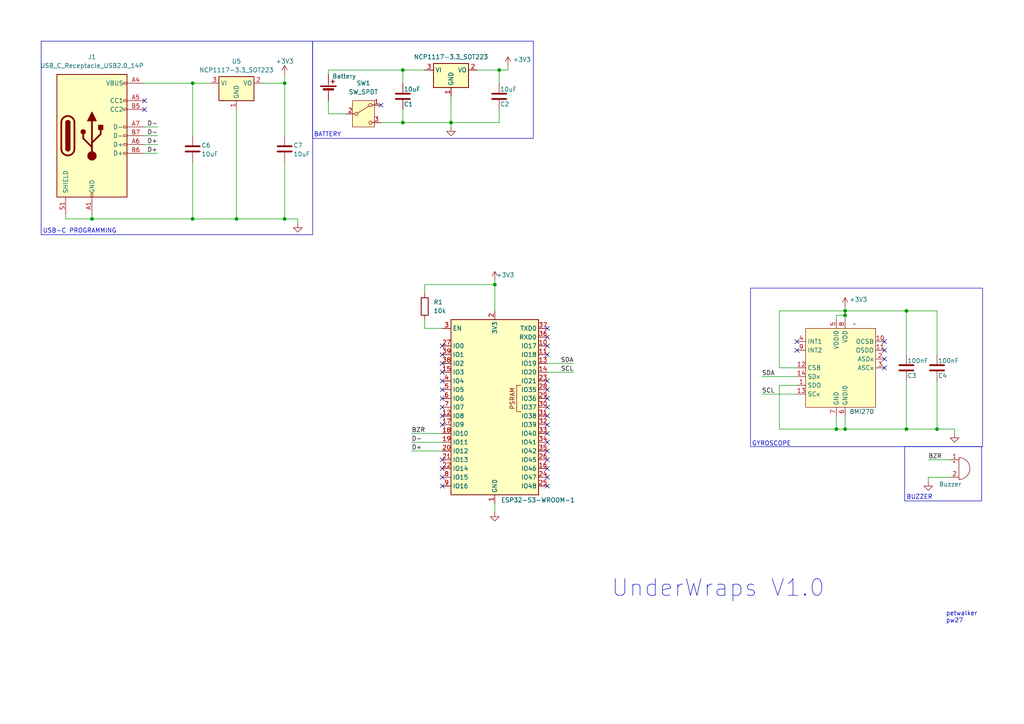
<source format=kicad_sch>
(kicad_sch (version 20231120) (generator "eeschema") (generator_version "8.0")
  (paper "A4")
  (lib_symbols
    (symbol "BMI270:BMI270"
      (property "Reference" "U" (at 5.08 13.97 0))
      (symbol "BMI270_1_1"
        (rectangle (start -10.16 12.7) (end 10.16 -10.16) (fill (type background)))
        (text "BMI270" (at 2.54 -11.43 0) (effects (font (size 1.27 1.27)) (justify left)))
        (pin bidirectional line (at -12.7 -3.81 0) (length 2.54) (name "SDO") (number "1"))
        (pin input line (at 12.7 8.89 180) (length 2.54) (name "OCSB") (number "10"))
        (pin output line (at 12.7 6.35 180) (length 2.54) (name "OSDO") (number "11"))
        (pin output line (at -12.7 1.27 0) (length 2.54) (name "CSB") (number "12"))
        (pin input line (at -12.7 -6.35 0) (length 2.54) (name "SCx") (number "13"))
        (pin bidirectional line (at -12.7 -1.27 0) (length 2.54) (name "SDx") (number "14"))
        (pin bidirectional line (at 12.7 3.81 180) (length 2.54) (name "ASDx") (number "2"))
        (pin bidirectional line (at 12.7 1.27 180) (length 2.54) (name "ASCx") (number "3"))
        (pin bidirectional line (at -12.7 8.89 0) (length 2.54) (name "INT1") (number "4"))
        (pin power_in line (at -1.27 15.24 270) (length 2.54) (name "VDDI0") (number "5"))
        (pin power_in line (at 1.27 -12.7 90) (length 2.54) (name "GNDI0") (number "6"))
        (pin power_in line (at -1.27 -12.7 90) (length 2.54) (name "GND") (number "7"))
        (pin power_in line (at 1.27 15.24 270) (length 2.54) (name "VDD") (number "8"))
        (pin bidirectional line (at -12.7 6.35 0) (length 2.54) (name "INT2") (number "9"))
      )
    )
    (symbol "Connector:USB_C_Receptacle_USB2.0_14P" (pin_names (offset 1.016))
      (property "Reference" "J" (at 0 22.225 0))
      (property "Value" "USB_C_Receptacle_USB2.0_14P" (at 0 19.685 0))
      (symbol "USB_C_Receptacle_USB2.0_14P_0_0"
        (rectangle (start -0.254 -17.78) (end 0.254 -16.764))
        (rectangle (start 10.16 -4.826) (end 9.144 -5.334))
        (rectangle (start 10.16 -2.286) (end 9.144 -2.794))
        (rectangle (start 10.16 0.254) (end 9.144 -0.254))
        (rectangle (start 10.16 2.794) (end 9.144 2.286))
        (rectangle (start 10.16 7.874) (end 9.144 7.366))
        (rectangle (start 10.16 10.414) (end 9.144 9.906))
        (rectangle (start 10.16 15.494) (end 9.144 14.986))
      )
      (symbol "USB_C_Receptacle_USB2.0_14P_0_1"
        (rectangle (start -10.16 17.78) (end 10.16 -17.78) (stroke (width 0.254)) (fill (type background)))
        (arc (start -8.89 -3.81) (mid -6.985 -5.7067) (end -5.08 -3.81) (stroke (width 0.508)))
        (arc (start -7.62 -3.81) (mid -6.985 -4.4423) (end -6.35 -3.81) (stroke (width 0.254)))
        (arc (start -7.62 -3.81) (mid -6.985 -4.4423) (end -6.35 -3.81) (stroke (width 0.254)) (fill (type outline)))
        (rectangle (start -7.62 -3.81) (end -6.35 3.81) (stroke (width 0.254)) (fill (type outline)))
        (arc (start -6.35 3.81) (mid -6.985 4.4423) (end -7.62 3.81) (stroke (width 0.254)))
        (arc (start -6.35 3.81) (mid -6.985 4.4423) (end -7.62 3.81) (stroke (width 0.254)) (fill (type outline)))
        (arc (start -5.08 3.81) (mid -6.985 5.7067) (end -8.89 3.81) (stroke (width 0.508)))
        (circle (center -2.54 1.143) (radius 0.635) (stroke (width 0.254)) (fill (type outline)))
        (circle (center 0 -5.842) (radius 1.27) (fill (type outline)))
        (polyline (pts (xy -8.89 -3.81) (xy -8.89 3.81)) (stroke (width 0.508)))
        (polyline (pts (xy -5.08 3.81) (xy -5.08 -3.81)) (stroke (width 0.508)))
        (polyline (pts (xy 0 -5.842) (xy 0 4.318)) (stroke (width 0.508)))
        (polyline (pts (xy 0 -3.302) (xy -2.54 -0.762) (xy -2.54 0.508)) (stroke (width 0.508)))
        (polyline (pts (xy 0 -2.032) (xy 2.54 0.508) (xy 2.54 1.778)) (stroke (width 0.508)))
        (polyline (pts (xy -1.27 4.318) (xy 0 6.858) (xy 1.27 4.318) (xy -1.27 4.318)) (stroke (width 0.254)) (fill (type outline)))
        (rectangle (start 1.905 1.778) (end 3.175 3.048) (stroke (width 0.254)) (fill (type outline)))
      )
      (symbol "USB_C_Receptacle_USB2.0_14P_1_1"
        (pin passive line (at 0 -22.86 90) (length 5.08) (name "GND") (number "A1"))
        (pin passive line (at 0 -22.86 90) (length 5.08) hide (name "GND") (number "A12"))
        (pin passive line (at 15.24 15.24 180) (length 5.08) (name "VBUS") (number "A4"))
        (pin bidirectional line (at 15.24 10.16 180) (length 5.08) (name "CC1") (number "A5"))
        (pin bidirectional line (at 15.24 -2.54 180) (length 5.08) (name "D+") (number "A6"))
        (pin bidirectional line (at 15.24 2.54 180) (length 5.08) (name "D-") (number "A7"))
        (pin passive line (at 15.24 15.24 180) (length 5.08) hide (name "VBUS") (number "A9"))
        (pin passive line (at 0 -22.86 90) (length 5.08) hide (name "GND") (number "B1"))
        (pin passive line (at 0 -22.86 90) (length 5.08) hide (name "GND") (number "B12"))
        (pin passive line (at 15.24 15.24 180) (length 5.08) hide (name "VBUS") (number "B4"))
        (pin bidirectional line (at 15.24 7.62 180) (length 5.08) (name "CC2") (number "B5"))
        (pin bidirectional line (at 15.24 -5.08 180) (length 5.08) (name "D+") (number "B6"))
        (pin bidirectional line (at 15.24 0 180) (length 5.08) (name "D-") (number "B7"))
        (pin passive line (at 15.24 15.24 180) (length 5.08) hide (name "VBUS") (number "B9"))
        (pin passive line (at -7.62 -22.86 90) (length 5.08) (name "SHIELD") (number "S1"))
      )
    )
    (symbol "Device:Battery_Cell" (pin_numbers hide) (pin_names (offset 0) hide)
      (property "Reference" "BT" (at 2.54 2.54 0))
      (property "Value" "Battery_Cell" (at 2.54 0 0))
      (symbol "Battery_Cell_0_1"
        (rectangle (start -2.286 1.778) (end 2.286 1.524) (fill (type outline)))
        (rectangle (start -1.524 1.016) (end 1.524 0.508) (fill (type outline)))
        (polyline (pts (xy 0 0.762) (xy 0 0)))
        (polyline (pts (xy 0 1.778) (xy 0 2.54)))
        (polyline (pts (xy 0.762 3.048) (xy 1.778 3.048)) (stroke (width 0.254)))
        (polyline (pts (xy 1.27 3.556) (xy 1.27 2.54)) (stroke (width 0.254)))
      )
      (symbol "Battery_Cell_1_1"
        (pin passive line (at 0 5.08 270) (length 2.54) (name "+") (number "1"))
        (pin passive line (at 0 -2.54 90) (length 2.54) (name "-") (number "2"))
      )
    )
    (symbol "Device:Buzzer" (pin_names (offset 0.0254) hide)
      (property "Reference" "BZ" (at 3.81 1.27 0))
      (property "Value" "Buzzer" (at 3.81 -1.27 0))
      (symbol "Buzzer_0_1"
        (arc (start 0 -3.175) (mid 3.1612 0) (end 0 3.175))
        (polyline (pts (xy -1.651 1.905) (xy -1.143 1.905)))
        (polyline (pts (xy -1.397 2.159) (xy -1.397 1.651)))
        (polyline (pts (xy 0 3.175) (xy 0 -3.175)))
      )
      (symbol "Buzzer_1_1"
        (pin passive line (at -2.54 2.54 0) (length 2.54) (name "+") (number "1"))
        (pin passive line (at -2.54 -2.54 0) (length 2.54) (name "-") (number "2"))
      )
    )
    (symbol "Device:C" (pin_numbers hide) (pin_names (offset 0.254))
      (property "Reference" "C" (at 0.635 2.54 0))
      (property "Value" "C" (at 0.635 -2.54 0))
      (symbol "C_0_1"
        (polyline (pts (xy -2.032 -0.762) (xy 2.032 -0.762)) (stroke (width 0.508)))
        (polyline (pts (xy -2.032 0.762) (xy 2.032 0.762)) (stroke (width 0.508)))
      )
      (symbol "C_1_1"
        (pin passive line (at 0 3.81 270) (length 2.794) (name "~") (number "1"))
        (pin passive line (at 0 -3.81 90) (length 2.794) (name "~") (number "2"))
      )
    )
    (symbol "Device:R" (pin_numbers hide) (pin_names (offset 0))
      (property "Reference" "R" (at 2.032 0 90))
      (property "Value" "R" (at 0 0 90))
      (symbol "R_0_1"
        (rectangle (start -1.016 -2.54) (end 1.016 2.54) (stroke (width 0.254)))
      )
      (symbol "R_1_1"
        (pin passive line (at 0 3.81 270) (length 1.27) (name "~") (number "1"))
        (pin passive line (at 0 -3.81 90) (length 1.27) (name "~") (number "2"))
      )
    )
    (symbol "RF_Module:ESP32-S3-WROOM-1"
      (property "Reference" "U" (at -12.7 26.67 0))
      (property "Value" "ESP32-S3-WROOM-1" (at 12.7 26.67 0))
      (symbol "ESP32-S3-WROOM-1_0_0"
        (rectangle (start -12.7 25.4) (end 12.7 -25.4) (stroke (width 0.254)) (fill (type background)))
        (text "PSRAM" (at 5.08 2.54 900) (effects (font (size 1.27 1.27))))
      )
      (symbol "ESP32-S3-WROOM-1_0_1"
        (polyline (pts (xy 7.62 -1.27) (xy 6.35 -1.27) (xy 6.35 6.35) (xy 7.62 6.35)))
      )
      (symbol "ESP32-S3-WROOM-1_1_1"
        (pin power_in line (at 0 -27.94 90) (length 2.54) (name "GND") (number "1"))
        (pin bidirectional line (at 15.24 17.78 180) (length 2.54) (name "IO17") (number "10"))
        (pin bidirectional line (at 15.24 15.24 180) (length 2.54) (name "IO18") (number "11"))
        (pin bidirectional line (at -15.24 -2.54 0) (length 2.54) (name "IO8") (number "12"))
        (pin bidirectional line (at 15.24 12.7 180) (length 2.54) (name "IO19") (number "13"))
        (pin bidirectional line (at 15.24 10.16 180) (length 2.54) (name "IO20") (number "14"))
        (pin bidirectional line (at -15.24 10.16 0) (length 2.54) (name "IO3") (number "15"))
        (pin bidirectional line (at 15.24 -17.78 180) (length 2.54) (name "IO46") (number "16"))
        (pin bidirectional line (at -15.24 -5.08 0) (length 2.54) (name "IO9") (number "17"))
        (pin bidirectional line (at -15.24 -7.62 0) (length 2.54) (name "IO10") (number "18"))
        (pin bidirectional line (at -15.24 -10.16 0) (length 2.54) (name "IO11") (number "19"))
        (pin power_in line (at 0 27.94 270) (length 2.54) (name "3V3") (number "2"))
        (pin bidirectional line (at -15.24 -12.7 0) (length 2.54) (name "IO12") (number "20"))
        (pin bidirectional line (at -15.24 -15.24 0) (length 2.54) (name "IO13") (number "21"))
        (pin bidirectional line (at -15.24 -17.78 0) (length 2.54) (name "IO14") (number "22"))
        (pin bidirectional line (at 15.24 7.62 180) (length 2.54) (name "IO21") (number "23"))
        (pin bidirectional line (at 15.24 -20.32 180) (length 2.54) (name "IO47") (number "24"))
        (pin bidirectional line (at 15.24 -22.86 180) (length 2.54) (name "IO48") (number "25"))
        (pin bidirectional line (at 15.24 -15.24 180) (length 2.54) (name "IO45") (number "26"))
        (pin bidirectional line (at -15.24 17.78 0) (length 2.54) (name "IO0") (number "27"))
        (pin bidirectional line (at 15.24 5.08 180) (length 2.54) (name "IO35") (number "28"))
        (pin bidirectional line (at 15.24 2.54 180) (length 2.54) (name "IO36") (number "29"))
        (pin input line (at -15.24 22.86 0) (length 2.54) (name "EN") (number "3"))
        (pin bidirectional line (at 15.24 0 180) (length 2.54) (name "IO37") (number "30"))
        (pin bidirectional line (at 15.24 -2.54 180) (length 2.54) (name "IO38") (number "31"))
        (pin bidirectional line (at 15.24 -5.08 180) (length 2.54) (name "IO39") (number "32"))
        (pin bidirectional line (at 15.24 -7.62 180) (length 2.54) (name "IO40") (number "33"))
        (pin bidirectional line (at 15.24 -10.16 180) (length 2.54) (name "IO41") (number "34"))
        (pin bidirectional line (at 15.24 -12.7 180) (length 2.54) (name "IO42") (number "35"))
        (pin bidirectional line (at 15.24 20.32 180) (length 2.54) (name "RXD0") (number "36"))
        (pin bidirectional line (at 15.24 22.86 180) (length 2.54) (name "TXD0") (number "37"))
        (pin bidirectional line (at -15.24 12.7 0) (length 2.54) (name "IO2") (number "38"))
        (pin bidirectional line (at -15.24 15.24 0) (length 2.54) (name "IO1") (number "39"))
        (pin bidirectional line (at -15.24 7.62 0) (length 2.54) (name "IO4") (number "4"))
        (pin passive line (at 0 -27.94 90) (length 2.54) hide (name "GND") (number "40"))
        (pin passive line (at 0 -27.94 90) (length 2.54) hide (name "GND") (number "41"))
        (pin bidirectional line (at -15.24 5.08 0) (length 2.54) (name "IO5") (number "5"))
        (pin bidirectional line (at -15.24 2.54 0) (length 2.54) (name "IO6") (number "6"))
        (pin bidirectional line (at -15.24 0 0) (length 2.54) (name "IO7") (number "7"))
        (pin bidirectional line (at -15.24 -20.32 0) (length 2.54) (name "IO15") (number "8"))
        (pin bidirectional line (at -15.24 -22.86 0) (length 2.54) (name "IO16") (number "9"))
      )
    )
    (symbol "Regulator_Linear:NCP1117-3.3_SOT223"
      (property "Reference" "U" (at -3.81 3.175 0))
      (property "Value" "NCP1117-3.3_SOT223" (at 0 3.175 0))
      (symbol "NCP1117-3.3_SOT223_0_1"
        (rectangle (start -5.08 -5.08) (end 5.08 1.905) (stroke (width 0.254)) (fill (type background)))
      )
      (symbol "NCP1117-3.3_SOT223_1_1"
        (pin power_in line (at 0 -7.62 90) (length 2.54) (name "GND") (number "1"))
        (pin power_out line (at 7.62 0 180) (length 2.54) (name "VO") (number "2"))
        (pin power_in line (at -7.62 0 0) (length 2.54) (name "VI") (number "3"))
      )
    )
    (symbol "Switch:SW_SPDT" (pin_names (offset 0) hide)
      (property "Reference" "SW" (at 0 5.08 0))
      (property "Value" "SW_SPDT" (at 0 -5.08 0))
      (symbol "SW_SPDT_0_1"
        (circle (center -2.032 0) (radius 0.4572))
        (polyline (pts (xy -1.651 0.254) (xy 1.651 2.286)))
        (circle (center 2.032 -2.54) (radius 0.4572))
        (circle (center 2.032 2.54) (radius 0.4572))
      )
      (symbol "SW_SPDT_1_1"
        (rectangle (start -3.175 3.81) (end 3.175 -3.81) (fill (type background)))
        (pin passive line (at 5.08 2.54 180) (length 2.54) (name "A") (number "1"))
        (pin passive line (at -5.08 0 0) (length 2.54) (name "B") (number "2"))
        (pin passive line (at 5.08 -2.54 180) (length 2.54) (name "C") (number "3"))
      )
    )
    (symbol "power:+3V3" (power) (pin_names (offset 0))
      (property "Value" "+3V3" (at 0 3.556 0))
      (symbol "+3V3_0_1"
        (polyline (pts (xy -0.762 1.27) (xy 0 2.54)))
        (polyline (pts (xy 0 0) (xy 0 2.54)))
        (polyline (pts (xy 0 2.54) (xy 0.762 1.27)))
      )
      (symbol "+3V3_1_1"
        (pin power_in line (at 0 0 90) (length 0) hide (name "+3V3") (number "1"))
      )
    )
    (symbol "power:GND" (power) (pin_names (offset 0))
      (property "Value" "GND" (at 0 -3.81 0))
      (symbol "GND_0_1"
        (polyline (pts (xy 0 0) (xy 0 -1.27) (xy 1.27 -1.27) (xy 0 -2.54) (xy -1.27 -1.27) (xy 0 -1.27)))
      )
      (symbol "GND_1_1"
        (pin power_in line (at 0 0 270) (length 0) hide (name "GND") (number "1"))
      )
    )
  )
  (junction (at 130.81 35.56))
  (junction (at 262.89 90.17))
  (junction (at 144.78 20.32))
  (junction (at 245.11 91.44))
  (junction (at 245.11 124.46))
  (junction (at 242.57 124.46))
  (junction (at 68.58 63.5))
  (junction (at 26.67 63.5))
  (junction (at 82.55 24.13))
  (junction (at 245.11 90.17))
  (junction (at 143.51 82.55))
  (junction (at 262.89 124.46))
  (junction (at 116.84 35.56))
  (junction (at 271.78 124.46))
  (junction (at 55.88 63.5))
  (junction (at 116.84 20.32))
  (junction (at 82.55 63.5))
  (junction (at 55.88 24.13))
  (no_connect (at 158.75 140.97))
  (no_connect (at 158.75 123.19))
  (no_connect (at 128.27 138.43))
  (no_connect (at 128.27 123.19))
  (no_connect (at 158.75 125.73))
  (no_connect (at 158.75 102.87))
  (no_connect (at 128.27 135.89))
  (no_connect (at 158.75 100.33))
  (no_connect (at 128.27 140.97))
  (no_connect (at 128.27 118.11))
  (no_connect (at 128.27 105.41))
  (no_connect (at 128.27 113.03))
  (no_connect (at 158.75 113.03))
  (no_connect (at 231.14 101.6))
  (no_connect (at 128.27 107.95))
  (no_connect (at 256.54 104.14))
  (no_connect (at 128.27 100.33))
  (no_connect (at 158.75 135.89))
  (no_connect (at 158.75 115.57))
  (no_connect (at 41.91 31.75))
  (no_connect (at 128.27 133.35))
  (no_connect (at 158.75 97.79))
  (no_connect (at 41.91 29.21))
  (no_connect (at 256.54 101.6))
  (no_connect (at 231.14 99.06))
  (no_connect (at 128.27 110.49))
  (no_connect (at 128.27 120.65))
  (no_connect (at 110.49 30.48))
  (no_connect (at 158.75 110.49))
  (no_connect (at 158.75 95.25))
  (no_connect (at 158.75 120.65))
  (no_connect (at 158.75 128.27))
  (no_connect (at 256.54 99.06))
  (no_connect (at 158.75 130.81))
  (no_connect (at 158.75 133.35))
  (no_connect (at 158.75 118.11))
  (no_connect (at 128.27 115.57))
  (no_connect (at 256.54 106.68))
  (no_connect (at 128.27 102.87))
  (no_connect (at 158.75 138.43))
  (wire (pts (xy 128.27 95.25) (xy 123.19 95.25)))
  (wire (pts (xy 269.24 138.43) (xy 275.59 138.43)))
  (wire (pts (xy 269.24 138.43) (xy 269.24 139.7)))
  (wire (pts (xy 130.81 35.56) (xy 130.81 36.83)))
  (wire (pts (xy 245.11 91.44) (xy 245.11 92.71)))
  (wire (pts (xy 116.84 31.75) (xy 116.84 35.56)))
  (wire (pts (xy 231.14 111.76) (xy 226.06 111.76)))
  (wire (pts (xy 231.14 106.68) (xy 226.06 106.68)))
  (wire (pts (xy 262.89 90.17) (xy 271.78 90.17)))
  (wire (pts (xy 138.43 20.32) (xy 144.78 20.32)))
  (wire (pts (xy 144.78 20.32) (xy 144.78 24.13)))
  (wire (pts (xy 55.88 63.5) (xy 68.58 63.5)))
  (wire (pts (xy 86.36 63.5) (xy 82.55 63.5)))
  (wire (pts (xy 110.49 35.56) (xy 116.84 35.56)))
  (wire (pts (xy 271.78 110.49) (xy 271.78 124.46)))
  (wire (pts (xy 262.89 124.46) (xy 271.78 124.46)))
  (wire (pts (xy 245.11 90.17) (xy 245.11 91.44)))
  (wire (pts (xy 26.67 63.5) (xy 55.88 63.5)))
  (wire (pts (xy 143.51 146.05) (xy 143.51 148.59)))
  (wire (pts (xy 26.67 62.23) (xy 26.67 63.5)))
  (wire (pts (xy 158.75 105.41) (xy 166.37 105.41)))
  (wire (pts (xy 68.58 63.5) (xy 68.58 31.75)))
  (wire (pts (xy 242.57 91.44) (xy 245.11 91.44)))
  (wire (pts (xy 220.98 109.22) (xy 231.14 109.22)))
  (wire (pts (xy 158.75 107.95) (xy 166.37 107.95)))
  (wire (pts (xy 123.19 82.55) (xy 123.19 85.09)))
  (wire (pts (xy 41.91 39.37) (xy 45.72 39.37)))
  (wire (pts (xy 55.88 46.99) (xy 55.88 63.5)))
  (wire (pts (xy 242.57 120.65) (xy 242.57 124.46)))
  (wire (pts (xy 128.27 130.81) (xy 119.38 130.81)))
  (wire (pts (xy 226.06 124.46) (xy 242.57 124.46)))
  (wire (pts (xy 269.24 133.35) (xy 275.59 133.35)))
  (wire (pts (xy 242.57 92.71) (xy 242.57 91.44)))
  (wire (pts (xy 19.05 63.5) (xy 26.67 63.5)))
  (wire (pts (xy 130.81 27.94) (xy 130.81 35.56)))
  (wire (pts (xy 123.19 82.55) (xy 143.51 82.55)))
  (wire (pts (xy 226.06 111.76) (xy 226.06 124.46)))
  (wire (pts (xy 144.78 35.56) (xy 130.81 35.56)))
  (wire (pts (xy 147.32 20.32) (xy 144.78 20.32)))
  (wire (pts (xy 245.11 120.65) (xy 245.11 124.46)))
  (wire (pts (xy 143.51 81.28) (xy 143.51 82.55)))
  (wire (pts (xy 116.84 20.32) (xy 123.19 20.32)))
  (wire (pts (xy 271.78 90.17) (xy 271.78 102.87)))
  (wire (pts (xy 276.86 124.46) (xy 276.86 125.73)))
  (wire (pts (xy 262.89 90.17) (xy 262.89 102.87)))
  (wire (pts (xy 41.91 41.91) (xy 45.72 41.91)))
  (wire (pts (xy 82.55 24.13) (xy 82.55 21.59)))
  (wire (pts (xy 144.78 31.75) (xy 144.78 35.56)))
  (wire (pts (xy 95.25 20.32) (xy 116.84 20.32)))
  (wire (pts (xy 116.84 20.32) (xy 116.84 24.13)))
  (wire (pts (xy 95.25 33.02) (xy 100.33 33.02)))
  (wire (pts (xy 220.98 114.3) (xy 231.14 114.3)))
  (wire (pts (xy 226.06 90.17) (xy 245.11 90.17)))
  (wire (pts (xy 271.78 124.46) (xy 276.86 124.46)))
  (wire (pts (xy 226.06 106.68) (xy 226.06 90.17)))
  (wire (pts (xy 245.11 124.46) (xy 262.89 124.46)))
  (wire (pts (xy 245.11 88.9) (xy 245.11 90.17)))
  (wire (pts (xy 55.88 24.13) (xy 55.88 39.37)))
  (wire (pts (xy 95.25 29.21) (xy 95.25 33.02)))
  (wire (pts (xy 82.55 24.13) (xy 82.55 39.37)))
  (wire (pts (xy 128.27 128.27) (xy 119.38 128.27)))
  (wire (pts (xy 82.55 46.99) (xy 82.55 63.5)))
  (wire (pts (xy 41.91 44.45) (xy 45.72 44.45)))
  (wire (pts (xy 19.05 62.23) (xy 19.05 63.5)))
  (wire (pts (xy 41.91 36.83) (xy 45.72 36.83)))
  (wire (pts (xy 262.89 110.49) (xy 262.89 124.46)))
  (wire (pts (xy 95.25 21.59) (xy 95.25 20.32)))
  (wire (pts (xy 86.36 63.5) (xy 86.36 64.77)))
  (wire (pts (xy 55.88 24.13) (xy 60.96 24.13)))
  (wire (pts (xy 41.91 24.13) (xy 55.88 24.13)))
  (wire (pts (xy 242.57 124.46) (xy 245.11 124.46)))
  (wire (pts (xy 147.32 20.32) (xy 147.32 19.05)))
  (wire (pts (xy 116.84 35.56) (xy 130.81 35.56)))
  (wire (pts (xy 76.2 24.13) (xy 82.55 24.13)))
  (wire (pts (xy 68.58 63.5) (xy 82.55 63.5)))
  (wire (pts (xy 123.19 95.25) (xy 123.19 92.71)))
  (wire (pts (xy 143.51 82.55) (xy 143.51 90.17)))
  (wire (pts (xy 245.11 90.17) (xy 262.89 90.17)))
  (wire (pts (xy 119.38 125.73) (xy 128.27 125.73)))
  (rectangle (start 11.938 11.938) (end 90.678 68.072))
  (rectangle (start 217.678 83.566) (end 284.988 129.54))
  (rectangle (start 262.382 129.54) (end 284.734 145.288))
  (rectangle (start 90.678 11.938) (end 154.686 40.132))
  (text "USB-C PROGRAMMING\n" (at 23.114 67.056 0) (effects (font (size 1.27 1.27))))
  (text "petwalker\npw27\n" (at 274.32 179.07 0) (effects (font (size 1.27 1.27)) (justify left)))
  (text "BATTERY\n" (at 94.996 39.116 0) (effects (font (size 1.27 1.27))))
  (text "UnderWraps V1.0\n" (at 208.28 170.688 0) (effects (font (size 4.8768 4.8768))))
  (text "GYROSCOPE" (at 223.774 128.778 0) (effects (font (size 1.27 1.27))))
  (text "BUZZER\n" (at 266.7 144.272 0) (effects (font (size 1.27 1.27))))
  (label "D+" (at 45.72 44.45 180))
  (label "BZR" (at 119.38 125.73 0))
  (label "SDA" (at 220.98 109.22 0))
  (label "D+" (at 45.72 41.91 180))
  (label "SCL" (at 166.37 107.95 180))
  (label "D-" (at 119.38 128.27 0))
  (label "D-" (at 45.72 36.83 180))
  (label "SCL" (at 220.98 114.3 0))
  (label "D+" (at 119.38 130.81 0))
  (label "BZR" (at 269.24 133.35 0))
  (label "SDA" (at 166.37 105.41 180))
  (label "D-" (at 45.72 39.37 180))
  (symbol (lib_id "power:GND") (at 86.36 64.77 0) (unit 1)
    (property "Reference" "#PWR07" (effects (hide yes)))
    (property "Value" "GND" (effects (hide yes)))
  )
  (symbol (lib_id "power:+3V3") (at 147.32 19.05 0) (unit 1)
    (property "Reference" "#PWR04" (effects (hide yes)))
    (property "Value" "+3V3" (at 151.384 17.272 0))
    (property "Description" "Power symbol creates a global label with name \"+3V3\"" (effects (hide yes)))
  )
  (symbol (lib_id "Device:C") (at 116.84 27.94 0) (unit 1)
    (property "Reference" "C1" (at 117.094 30.226 0) (effects (justify left)))
    (property "Value" "10uF" (at 117.094 25.908 0) (effects (justify left)))
    (property "Footprint" "Capacitor_SMD:C_0805_2012Metric" (effects (hide yes)))
    (property "Description" "Unpolarized capacitor" (effects (hide yes)))
  )
  (symbol (lib_id "Device:C") (at 271.78 106.68 0) (unit 1)
    (property "Reference" "C4" (at 272.034 108.966 0) (effects (justify left)))
    (property "Value" "100nF" (at 272.034 104.648 0) (effects (justify left)))
    (property "Footprint" "Capacitor_SMD:C_0603_1608Metric" (effects (hide yes)))
    (property "Description" "Unpolarized capacitor" (effects (hide yes)))
  )
  (symbol (lib_id "Device:C") (at 144.78 27.94 0) (unit 1)
    (property "Reference" "C2" (at 145.034 30.226 0) (effects (justify left)))
    (property "Value" "10uF" (at 145.034 25.908 0) (effects (justify left)))
    (property "Footprint" "Capacitor_SMD:C_0805_2012Metric" (effects (hide yes)))
    (property "Description" "Unpolarized capacitor" (effects (hide yes)))
  )
  (symbol (lib_id "BMI270:BMI270") (at 243.84 107.95 0) (unit 1)
    (property "Reference" "U2" (effects (hide yes)))
    (property "Value" "~" (at 247.3041 93.98 0) (effects (justify left)))
    (property "Footprint" "Package_LGA:Bosch_LGA-14_3x2.5mm_P0.5mm" (effects (hide yes)))
    (property "Datasheet" "https://www.bosch-sensortec.com/media/boschsensortec/downloads/datasheets/bst-bmi270-ds000.pdf" (effects (hide yes)))
  )
  (symbol (lib_id "Device:Battery_Cell") (at 95.25 26.67 0) (unit 1)
    (property "Reference" "BT1" (effects (hide yes)))
    (property "Value" "Battery" (at 99.822 22.098 0))
    (property "Footprint" "Uni:BAT_3024-2" (effects (hide yes)))
    (property "Description" "Single-cell battery" (effects (hide yes)))
  )
  (symbol (lib_id "Switch:SW_SPDT") (at 105.41 33.02 0) (unit 1)
    (property "Reference" "SW1" (at 105.41 24.13 0))
    (property "Value" "SW_SPDT" (at 105.41 26.67 0))
    (property "Footprint" "Uni:CUS-12TB_NDC" (effects (hide yes)))
    (property "Description" "Switch, single pole double throw" (effects (hide yes)))
  )
  (symbol (lib_id "power:GND") (at 130.81 36.83 0) (unit 1)
    (property "Reference" "#PWR03" (effects (hide yes)))
    (property "Value" "GND" (effects (hide yes)))
    (property "Description" "Power symbol creates a global label with name \"GND\" , ground" (effects (hide yes)))
  )
  (symbol (lib_id "power:+3V3") (at 82.55 21.59 0) (unit 1)
    (property "Reference" "#PWR09" (effects (hide yes)))
    (property "Value" "+3V3" (at 82.55 17.78 0))
    (property "Description" "Power symbol creates a global label with name \"+3V3\"" (effects (hide yes)))
  )
  (symbol (lib_id "Connector:USB_C_Receptacle_USB2.0_14P") (at 26.67 39.37 0) (unit 1)
    (property "Reference" "J1" (at 26.67 16.51 0))
    (property "Value" "USB_C_Receptacle_USB2.0_14P" (at 26.67 19.05 0))
    (property "Footprint" "Connector_USB:USB_C_Receptacle_GCT_USB4110" (effects (hide yes)))
    (property "Datasheet" "https://www.usb.org/sites/default/files/documents/usb_type-c.zip" (effects (hide yes)))
    (property "Description" "USB 2.0-only 14P Type-C Receptacle connector" (effects (hide yes)))
  )
  (symbol (lib_id "power:+3V3") (at 143.51 81.28 0) (unit 1)
    (property "Reference" "#PWR02" (effects (hide yes)))
    (property "Value" "+3V3" (at 146.558 79.756 0))
    (property "Description" "Power symbol creates a global label with name \"+3V3\"" (effects (hide yes)))
  )
  (symbol (lib_id "Regulator_Linear:NCP1117-3.3_SOT223") (at 68.58 24.13 0) (unit 1)
    (property "Reference" "U5" (at 68.58 17.78 0))
    (property "Value" "NCP1117-3.3_SOT223" (at 68.58 20.32 0))
    (property "Footprint" "Package_TO_SOT_SMD:SOT-223-3_TabPin2" (effects (hide yes)))
    (property "Datasheet" "http://www.onsemi.com/pub_link/Collateral/NCP1117-D.PDF" (effects (hide yes)))
    (property "Description" "1A Low drop-out regulator, Fixed Output 3.3V, SOT-223" (effects (hide yes)))
  )
  (symbol (lib_id "power:GND") (at 143.51 148.59 0) (unit 1)
    (property "Reference" "#PWR01" (effects (hide yes)))
    (property "Value" "GND" (effects (hide yes)))
    (property "Description" "Power symbol creates a global label with name \"GND\" , ground" (effects (hide yes)))
  )
  (symbol (lib_id "power:GND") (at 269.24 139.7 0) (unit 1)
    (property "Reference" "#PWR08" (effects (hide yes)))
    (property "Value" "GND" (effects (hide yes)))
    (property "Description" "Power symbol creates a global label with name \"GND\" , ground" (effects (hide yes)))
  )
  (symbol (lib_id "power:GND") (at 276.86 125.73 0) (unit 1)
    (property "Reference" "#PWR06" (effects (hide yes)))
    (property "Value" "GND" (effects (hide yes)))
    (property "Description" "Power symbol creates a global label with name \"GND\" , ground" (effects (hide yes)))
  )
  (symbol (lib_id "Device:C") (at 55.88 43.18 0) (unit 1)
    (property "Reference" "C6" (at 58.42 42.164 0) (effects (justify left)))
    (property "Value" "10uF" (at 58.42 44.704 0) (effects (justify left)))
    (property "Footprint" "Capacitor_SMD:C_0805_2012Metric" (effects (hide yes)))
    (property "Description" "Unpolarized capacitor" (effects (hide yes)))
  )
  (symbol (lib_id "Regulator_Linear:NCP1117-3.3_SOT223") (at 130.81 20.32 0) (unit 1)
    (property "Reference" "U3" (effects (hide yes)))
    (property "Value" "NCP1117-3.3_SOT223" (at 130.81 16.51 0))
    (property "Footprint" "Package_TO_SOT_SMD:SOT-223-3_TabPin2" (effects (hide yes)))
    (property "Datasheet" "http://www.onsemi.com/pub_link/Collateral/NCP1117-D.PDF" (effects (hide yes)))
    (property "Description" "1A Low drop-out regulator, Fixed Output 3.3V, SOT-223" (effects (hide yes)))
  )
  (symbol (lib_id "Device:R") (at 123.19 88.9 0) (unit 1)
    (property "Reference" "R1" (at 125.73 87.6299 0) (effects (justify left)))
    (property "Value" "10k" (at 125.73 90.1699 0) (effects (justify left)))
    (property "Footprint" "Resistor_SMD:R_0603_1608Metric" (effects (hide yes)))
    (property "Description" "Resistor" (effects (hide yes)))
  )
  (symbol (lib_id "RF_Module:ESP32-S3-WROOM-1") (at 143.51 118.11 0) (unit 1)
    (property "Reference" "U1" (effects (hide yes)))
    (property "Value" "ESP32-S3-WROOM-1" (at 145.288 145.034 0) (effects (justify left)))
    (property "Footprint" "RF_Module:ESP32-S3-WROOM-1" (effects (hide yes)))
    (property "Datasheet" "https://www.espressif.com/sites/default/files/documentation/esp32-s3-wroom-1_wroom-1u_datasheet_en.pdf" (effects (hide yes)))
    (property "Description" "RF Module, ESP32-S3 SoC, Wi-Fi 802.11b/g/n, Bluetooth, BLE, 32-bit, 3.3V, onboard antenna, SMD" (effects (hide yes)))
  )
  (symbol (lib_id "Device:C") (at 262.89 106.68 0) (unit 1)
    (property "Reference" "C3" (at 263.144 108.966 0) (effects (justify left)))
    (property "Value" "100nF" (at 263.144 104.648 0) (effects (justify left)))
    (property "Footprint" "Capacitor_SMD:C_0603_1608Metric" (effects (hide yes)))
    (property "Description" "Unpolarized capacitor" (effects (hide yes)))
  )
  (symbol (lib_id "Device:C") (at 82.55 43.18 0) (unit 1)
    (property "Reference" "C7" (at 85.09 42.164 0) (effects (justify left)))
    (property "Value" "10uF" (at 85.09 44.704 0) (effects (justify left)))
    (property "Footprint" "Capacitor_SMD:C_0805_2012Metric" (effects (hide yes)))
    (property "Description" "Unpolarized capacitor" (effects (hide yes)))
  )
  (symbol (lib_id "power:+3V3") (at 245.11 88.9 0) (unit 1)
    (property "Reference" "#PWR05" (effects (hide yes)))
    (property "Value" "+3V3" (at 248.92 86.868 0))
    (property "Description" "Power symbol creates a global label with name \"+3V3\"" (effects (hide yes)))
  )
  (symbol (lib_id "Device:Buzzer") (at 278.13 135.89 0) (unit 1)
    (property "Reference" "BZ1" (effects (hide yes)))
    (property "Value" "Buzzer" (at 278.892 140.462 0) (effects (justify right)))
    (property "Footprint" "Uni:SPKR_PKMCS0909E4000-R1" (effects (hide yes)))
    (property "Description" "Buzzer, polarized" (effects (hide yes)))
  )
)
</source>
